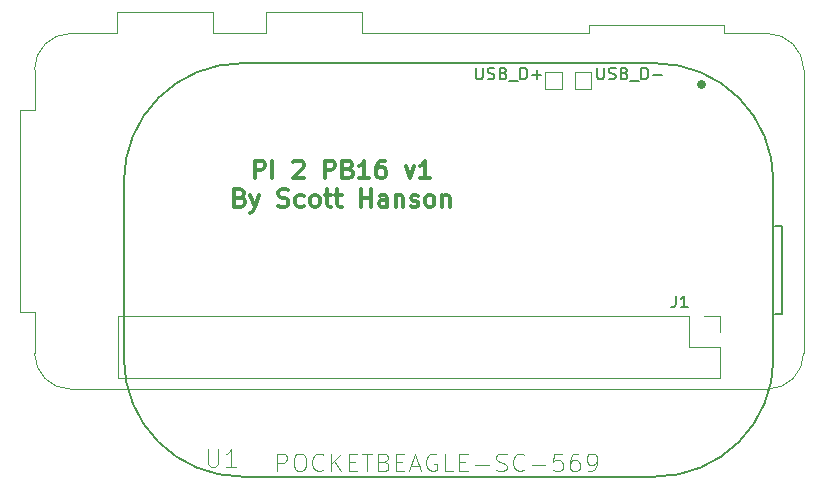
<source format=gbr>
%TF.GenerationSoftware,KiCad,Pcbnew,(6.0.2)*%
%TF.CreationDate,2022-03-06T23:45:21-05:00*%
%TF.ProjectId,PB16_2_PI,50423136-5f32-45f5-9049-2e6b69636164,rev?*%
%TF.SameCoordinates,Original*%
%TF.FileFunction,Legend,Top*%
%TF.FilePolarity,Positive*%
%FSLAX46Y46*%
G04 Gerber Fmt 4.6, Leading zero omitted, Abs format (unit mm)*
G04 Created by KiCad (PCBNEW (6.0.2)) date 2022-03-06 23:45:21*
%MOMM*%
%LPD*%
G01*
G04 APERTURE LIST*
%ADD10C,0.300000*%
%ADD11C,0.150000*%
%ADD12C,0.100000*%
%ADD13C,0.120000*%
%ADD14C,0.127000*%
%ADD15C,0.304800*%
G04 APERTURE END LIST*
D10*
X152007142Y-49771071D02*
X152007142Y-48271071D01*
X152578571Y-48271071D01*
X152721428Y-48342500D01*
X152792857Y-48413928D01*
X152864285Y-48556785D01*
X152864285Y-48771071D01*
X152792857Y-48913928D01*
X152721428Y-48985357D01*
X152578571Y-49056785D01*
X152007142Y-49056785D01*
X153507142Y-49771071D02*
X153507142Y-48271071D01*
X155292857Y-48413928D02*
X155364285Y-48342500D01*
X155507142Y-48271071D01*
X155864285Y-48271071D01*
X156007142Y-48342500D01*
X156078571Y-48413928D01*
X156150000Y-48556785D01*
X156150000Y-48699642D01*
X156078571Y-48913928D01*
X155221428Y-49771071D01*
X156150000Y-49771071D01*
X157935714Y-49771071D02*
X157935714Y-48271071D01*
X158507142Y-48271071D01*
X158650000Y-48342500D01*
X158721428Y-48413928D01*
X158792857Y-48556785D01*
X158792857Y-48771071D01*
X158721428Y-48913928D01*
X158650000Y-48985357D01*
X158507142Y-49056785D01*
X157935714Y-49056785D01*
X159935714Y-48985357D02*
X160150000Y-49056785D01*
X160221428Y-49128214D01*
X160292857Y-49271071D01*
X160292857Y-49485357D01*
X160221428Y-49628214D01*
X160150000Y-49699642D01*
X160007142Y-49771071D01*
X159435714Y-49771071D01*
X159435714Y-48271071D01*
X159935714Y-48271071D01*
X160078571Y-48342500D01*
X160150000Y-48413928D01*
X160221428Y-48556785D01*
X160221428Y-48699642D01*
X160150000Y-48842500D01*
X160078571Y-48913928D01*
X159935714Y-48985357D01*
X159435714Y-48985357D01*
X161721428Y-49771071D02*
X160864285Y-49771071D01*
X161292857Y-49771071D02*
X161292857Y-48271071D01*
X161150000Y-48485357D01*
X161007142Y-48628214D01*
X160864285Y-48699642D01*
X163007142Y-48271071D02*
X162721428Y-48271071D01*
X162578571Y-48342500D01*
X162507142Y-48413928D01*
X162364285Y-48628214D01*
X162292857Y-48913928D01*
X162292857Y-49485357D01*
X162364285Y-49628214D01*
X162435714Y-49699642D01*
X162578571Y-49771071D01*
X162864285Y-49771071D01*
X163007142Y-49699642D01*
X163078571Y-49628214D01*
X163150000Y-49485357D01*
X163150000Y-49128214D01*
X163078571Y-48985357D01*
X163007142Y-48913928D01*
X162864285Y-48842500D01*
X162578571Y-48842500D01*
X162435714Y-48913928D01*
X162364285Y-48985357D01*
X162292857Y-49128214D01*
X164792857Y-48771071D02*
X165150000Y-49771071D01*
X165507142Y-48771071D01*
X166864285Y-49771071D02*
X166007142Y-49771071D01*
X166435714Y-49771071D02*
X166435714Y-48271071D01*
X166292857Y-48485357D01*
X166150000Y-48628214D01*
X166007142Y-48699642D01*
X150792857Y-51400357D02*
X151007142Y-51471785D01*
X151078571Y-51543214D01*
X151150000Y-51686071D01*
X151150000Y-51900357D01*
X151078571Y-52043214D01*
X151007142Y-52114642D01*
X150864285Y-52186071D01*
X150292857Y-52186071D01*
X150292857Y-50686071D01*
X150792857Y-50686071D01*
X150935714Y-50757500D01*
X151007142Y-50828928D01*
X151078571Y-50971785D01*
X151078571Y-51114642D01*
X151007142Y-51257500D01*
X150935714Y-51328928D01*
X150792857Y-51400357D01*
X150292857Y-51400357D01*
X151650000Y-51186071D02*
X152007142Y-52186071D01*
X152364285Y-51186071D02*
X152007142Y-52186071D01*
X151864285Y-52543214D01*
X151792857Y-52614642D01*
X151650000Y-52686071D01*
X154007142Y-52114642D02*
X154221428Y-52186071D01*
X154578571Y-52186071D01*
X154721428Y-52114642D01*
X154792857Y-52043214D01*
X154864285Y-51900357D01*
X154864285Y-51757500D01*
X154792857Y-51614642D01*
X154721428Y-51543214D01*
X154578571Y-51471785D01*
X154292857Y-51400357D01*
X154150000Y-51328928D01*
X154078571Y-51257500D01*
X154007142Y-51114642D01*
X154007142Y-50971785D01*
X154078571Y-50828928D01*
X154150000Y-50757500D01*
X154292857Y-50686071D01*
X154650000Y-50686071D01*
X154864285Y-50757500D01*
X156150000Y-52114642D02*
X156007142Y-52186071D01*
X155721428Y-52186071D01*
X155578571Y-52114642D01*
X155507142Y-52043214D01*
X155435714Y-51900357D01*
X155435714Y-51471785D01*
X155507142Y-51328928D01*
X155578571Y-51257500D01*
X155721428Y-51186071D01*
X156007142Y-51186071D01*
X156150000Y-51257500D01*
X157007142Y-52186071D02*
X156864285Y-52114642D01*
X156792857Y-52043214D01*
X156721428Y-51900357D01*
X156721428Y-51471785D01*
X156792857Y-51328928D01*
X156864285Y-51257500D01*
X157007142Y-51186071D01*
X157221428Y-51186071D01*
X157364285Y-51257500D01*
X157435714Y-51328928D01*
X157507142Y-51471785D01*
X157507142Y-51900357D01*
X157435714Y-52043214D01*
X157364285Y-52114642D01*
X157221428Y-52186071D01*
X157007142Y-52186071D01*
X157935714Y-51186071D02*
X158507142Y-51186071D01*
X158150000Y-50686071D02*
X158150000Y-51971785D01*
X158221428Y-52114642D01*
X158364285Y-52186071D01*
X158507142Y-52186071D01*
X158792857Y-51186071D02*
X159364285Y-51186071D01*
X159007142Y-50686071D02*
X159007142Y-51971785D01*
X159078571Y-52114642D01*
X159221428Y-52186071D01*
X159364285Y-52186071D01*
X161007142Y-52186071D02*
X161007142Y-50686071D01*
X161007142Y-51400357D02*
X161864285Y-51400357D01*
X161864285Y-52186071D02*
X161864285Y-50686071D01*
X163221428Y-52186071D02*
X163221428Y-51400357D01*
X163150000Y-51257500D01*
X163007142Y-51186071D01*
X162721428Y-51186071D01*
X162578571Y-51257500D01*
X163221428Y-52114642D02*
X163078571Y-52186071D01*
X162721428Y-52186071D01*
X162578571Y-52114642D01*
X162507142Y-51971785D01*
X162507142Y-51828928D01*
X162578571Y-51686071D01*
X162721428Y-51614642D01*
X163078571Y-51614642D01*
X163221428Y-51543214D01*
X163935714Y-51186071D02*
X163935714Y-52186071D01*
X163935714Y-51328928D02*
X164007142Y-51257500D01*
X164150000Y-51186071D01*
X164364285Y-51186071D01*
X164507142Y-51257500D01*
X164578571Y-51400357D01*
X164578571Y-52186071D01*
X165221428Y-52114642D02*
X165364285Y-52186071D01*
X165650000Y-52186071D01*
X165792857Y-52114642D01*
X165864285Y-51971785D01*
X165864285Y-51900357D01*
X165792857Y-51757500D01*
X165650000Y-51686071D01*
X165435714Y-51686071D01*
X165292857Y-51614642D01*
X165221428Y-51471785D01*
X165221428Y-51400357D01*
X165292857Y-51257500D01*
X165435714Y-51186071D01*
X165650000Y-51186071D01*
X165792857Y-51257500D01*
X166721428Y-52186071D02*
X166578571Y-52114642D01*
X166507142Y-52043214D01*
X166435714Y-51900357D01*
X166435714Y-51471785D01*
X166507142Y-51328928D01*
X166578571Y-51257500D01*
X166721428Y-51186071D01*
X166935714Y-51186071D01*
X167078571Y-51257500D01*
X167150000Y-51328928D01*
X167221428Y-51471785D01*
X167221428Y-51900357D01*
X167150000Y-52043214D01*
X167078571Y-52114642D01*
X166935714Y-52186071D01*
X166721428Y-52186071D01*
X167864285Y-51186071D02*
X167864285Y-52186071D01*
X167864285Y-51328928D02*
X167935714Y-51257500D01*
X168078571Y-51186071D01*
X168292857Y-51186071D01*
X168435714Y-51257500D01*
X168507142Y-51400357D01*
X168507142Y-52186071D01*
D11*
%TO.C,J1*%
X187666666Y-59697380D02*
X187666666Y-60411666D01*
X187619047Y-60554523D01*
X187523809Y-60649761D01*
X187380952Y-60697380D01*
X187285714Y-60697380D01*
X188666666Y-60697380D02*
X188095238Y-60697380D01*
X188380952Y-60697380D02*
X188380952Y-59697380D01*
X188285714Y-59840238D01*
X188190476Y-59935476D01*
X188095238Y-59983095D01*
%TO.C,TP1*%
X180988095Y-40402380D02*
X180988095Y-41211904D01*
X181035714Y-41307142D01*
X181083333Y-41354761D01*
X181178571Y-41402380D01*
X181369047Y-41402380D01*
X181464285Y-41354761D01*
X181511904Y-41307142D01*
X181559523Y-41211904D01*
X181559523Y-40402380D01*
X181988095Y-41354761D02*
X182130952Y-41402380D01*
X182369047Y-41402380D01*
X182464285Y-41354761D01*
X182511904Y-41307142D01*
X182559523Y-41211904D01*
X182559523Y-41116666D01*
X182511904Y-41021428D01*
X182464285Y-40973809D01*
X182369047Y-40926190D01*
X182178571Y-40878571D01*
X182083333Y-40830952D01*
X182035714Y-40783333D01*
X181988095Y-40688095D01*
X181988095Y-40592857D01*
X182035714Y-40497619D01*
X182083333Y-40450000D01*
X182178571Y-40402380D01*
X182416666Y-40402380D01*
X182559523Y-40450000D01*
X183321428Y-40878571D02*
X183464285Y-40926190D01*
X183511904Y-40973809D01*
X183559523Y-41069047D01*
X183559523Y-41211904D01*
X183511904Y-41307142D01*
X183464285Y-41354761D01*
X183369047Y-41402380D01*
X182988095Y-41402380D01*
X182988095Y-40402380D01*
X183321428Y-40402380D01*
X183416666Y-40450000D01*
X183464285Y-40497619D01*
X183511904Y-40592857D01*
X183511904Y-40688095D01*
X183464285Y-40783333D01*
X183416666Y-40830952D01*
X183321428Y-40878571D01*
X182988095Y-40878571D01*
X183750000Y-41497619D02*
X184511904Y-41497619D01*
X184750000Y-41402380D02*
X184750000Y-40402380D01*
X184988095Y-40402380D01*
X185130952Y-40450000D01*
X185226190Y-40545238D01*
X185273809Y-40640476D01*
X185321428Y-40830952D01*
X185321428Y-40973809D01*
X185273809Y-41164285D01*
X185226190Y-41259523D01*
X185130952Y-41354761D01*
X184988095Y-41402380D01*
X184750000Y-41402380D01*
X185750000Y-41021428D02*
X186511904Y-41021428D01*
D12*
%TO.C,U1*%
X148057142Y-72728571D02*
X148057142Y-73942857D01*
X148128571Y-74085714D01*
X148200000Y-74157142D01*
X148342857Y-74228571D01*
X148628571Y-74228571D01*
X148771428Y-74157142D01*
X148842857Y-74085714D01*
X148914285Y-73942857D01*
X148914285Y-72728571D01*
X150414285Y-74228571D02*
X149557142Y-74228571D01*
X149985714Y-74228571D02*
X149985714Y-72728571D01*
X149842857Y-72942857D01*
X149700000Y-73085714D01*
X149557142Y-73157142D01*
X153900000Y-74578571D02*
X153900000Y-73078571D01*
X154471428Y-73078571D01*
X154614285Y-73150000D01*
X154685714Y-73221428D01*
X154757142Y-73364285D01*
X154757142Y-73578571D01*
X154685714Y-73721428D01*
X154614285Y-73792857D01*
X154471428Y-73864285D01*
X153900000Y-73864285D01*
X155685714Y-73078571D02*
X155971428Y-73078571D01*
X156114285Y-73150000D01*
X156257142Y-73292857D01*
X156328571Y-73578571D01*
X156328571Y-74078571D01*
X156257142Y-74364285D01*
X156114285Y-74507142D01*
X155971428Y-74578571D01*
X155685714Y-74578571D01*
X155542857Y-74507142D01*
X155400000Y-74364285D01*
X155328571Y-74078571D01*
X155328571Y-73578571D01*
X155400000Y-73292857D01*
X155542857Y-73150000D01*
X155685714Y-73078571D01*
X157828571Y-74435714D02*
X157757142Y-74507142D01*
X157542857Y-74578571D01*
X157400000Y-74578571D01*
X157185714Y-74507142D01*
X157042857Y-74364285D01*
X156971428Y-74221428D01*
X156900000Y-73935714D01*
X156900000Y-73721428D01*
X156971428Y-73435714D01*
X157042857Y-73292857D01*
X157185714Y-73150000D01*
X157400000Y-73078571D01*
X157542857Y-73078571D01*
X157757142Y-73150000D01*
X157828571Y-73221428D01*
X158471428Y-74578571D02*
X158471428Y-73078571D01*
X159328571Y-74578571D02*
X158685714Y-73721428D01*
X159328571Y-73078571D02*
X158471428Y-73935714D01*
X159971428Y-73792857D02*
X160471428Y-73792857D01*
X160685714Y-74578571D02*
X159971428Y-74578571D01*
X159971428Y-73078571D01*
X160685714Y-73078571D01*
X161114285Y-73078571D02*
X161971428Y-73078571D01*
X161542857Y-74578571D02*
X161542857Y-73078571D01*
X162971428Y-73792857D02*
X163185714Y-73864285D01*
X163257142Y-73935714D01*
X163328571Y-74078571D01*
X163328571Y-74292857D01*
X163257142Y-74435714D01*
X163185714Y-74507142D01*
X163042857Y-74578571D01*
X162471428Y-74578571D01*
X162471428Y-73078571D01*
X162971428Y-73078571D01*
X163114285Y-73150000D01*
X163185714Y-73221428D01*
X163257142Y-73364285D01*
X163257142Y-73507142D01*
X163185714Y-73650000D01*
X163114285Y-73721428D01*
X162971428Y-73792857D01*
X162471428Y-73792857D01*
X163971428Y-73792857D02*
X164471428Y-73792857D01*
X164685714Y-74578571D02*
X163971428Y-74578571D01*
X163971428Y-73078571D01*
X164685714Y-73078571D01*
X165257142Y-74150000D02*
X165971428Y-74150000D01*
X165114285Y-74578571D02*
X165614285Y-73078571D01*
X166114285Y-74578571D01*
X167400000Y-73150000D02*
X167257142Y-73078571D01*
X167042857Y-73078571D01*
X166828571Y-73150000D01*
X166685714Y-73292857D01*
X166614285Y-73435714D01*
X166542857Y-73721428D01*
X166542857Y-73935714D01*
X166614285Y-74221428D01*
X166685714Y-74364285D01*
X166828571Y-74507142D01*
X167042857Y-74578571D01*
X167185714Y-74578571D01*
X167400000Y-74507142D01*
X167471428Y-74435714D01*
X167471428Y-73935714D01*
X167185714Y-73935714D01*
X168828571Y-74578571D02*
X168114285Y-74578571D01*
X168114285Y-73078571D01*
X169328571Y-73792857D02*
X169828571Y-73792857D01*
X170042857Y-74578571D02*
X169328571Y-74578571D01*
X169328571Y-73078571D01*
X170042857Y-73078571D01*
X170685714Y-74007142D02*
X171828571Y-74007142D01*
X172471428Y-74507142D02*
X172685714Y-74578571D01*
X173042857Y-74578571D01*
X173185714Y-74507142D01*
X173257142Y-74435714D01*
X173328571Y-74292857D01*
X173328571Y-74150000D01*
X173257142Y-74007142D01*
X173185714Y-73935714D01*
X173042857Y-73864285D01*
X172757142Y-73792857D01*
X172614285Y-73721428D01*
X172542857Y-73650000D01*
X172471428Y-73507142D01*
X172471428Y-73364285D01*
X172542857Y-73221428D01*
X172614285Y-73150000D01*
X172757142Y-73078571D01*
X173114285Y-73078571D01*
X173328571Y-73150000D01*
X174828571Y-74435714D02*
X174757142Y-74507142D01*
X174542857Y-74578571D01*
X174400000Y-74578571D01*
X174185714Y-74507142D01*
X174042857Y-74364285D01*
X173971428Y-74221428D01*
X173900000Y-73935714D01*
X173900000Y-73721428D01*
X173971428Y-73435714D01*
X174042857Y-73292857D01*
X174185714Y-73150000D01*
X174400000Y-73078571D01*
X174542857Y-73078571D01*
X174757142Y-73150000D01*
X174828571Y-73221428D01*
X175471428Y-74007142D02*
X176614285Y-74007142D01*
X178042857Y-73078571D02*
X177328571Y-73078571D01*
X177257142Y-73792857D01*
X177328571Y-73721428D01*
X177471428Y-73650000D01*
X177828571Y-73650000D01*
X177971428Y-73721428D01*
X178042857Y-73792857D01*
X178114285Y-73935714D01*
X178114285Y-74292857D01*
X178042857Y-74435714D01*
X177971428Y-74507142D01*
X177828571Y-74578571D01*
X177471428Y-74578571D01*
X177328571Y-74507142D01*
X177257142Y-74435714D01*
X179400000Y-73078571D02*
X179114285Y-73078571D01*
X178971428Y-73150000D01*
X178900000Y-73221428D01*
X178757142Y-73435714D01*
X178685714Y-73721428D01*
X178685714Y-74292857D01*
X178757142Y-74435714D01*
X178828571Y-74507142D01*
X178971428Y-74578571D01*
X179257142Y-74578571D01*
X179400000Y-74507142D01*
X179471428Y-74435714D01*
X179542857Y-74292857D01*
X179542857Y-73935714D01*
X179471428Y-73792857D01*
X179400000Y-73721428D01*
X179257142Y-73650000D01*
X178971428Y-73650000D01*
X178828571Y-73721428D01*
X178757142Y-73792857D01*
X178685714Y-73935714D01*
X180257142Y-74578571D02*
X180542857Y-74578571D01*
X180685714Y-74507142D01*
X180757142Y-74435714D01*
X180900000Y-74221428D01*
X180971428Y-73935714D01*
X180971428Y-73364285D01*
X180900000Y-73221428D01*
X180828571Y-73150000D01*
X180685714Y-73078571D01*
X180400000Y-73078571D01*
X180257142Y-73150000D01*
X180185714Y-73221428D01*
X180114285Y-73364285D01*
X180114285Y-73721428D01*
X180185714Y-73864285D01*
X180257142Y-73935714D01*
X180400000Y-74007142D01*
X180685714Y-74007142D01*
X180828571Y-73935714D01*
X180900000Y-73864285D01*
X180971428Y-73721428D01*
D11*
%TO.C,TP2*%
X170738095Y-40402380D02*
X170738095Y-41211904D01*
X170785714Y-41307142D01*
X170833333Y-41354761D01*
X170928571Y-41402380D01*
X171119047Y-41402380D01*
X171214285Y-41354761D01*
X171261904Y-41307142D01*
X171309523Y-41211904D01*
X171309523Y-40402380D01*
X171738095Y-41354761D02*
X171880952Y-41402380D01*
X172119047Y-41402380D01*
X172214285Y-41354761D01*
X172261904Y-41307142D01*
X172309523Y-41211904D01*
X172309523Y-41116666D01*
X172261904Y-41021428D01*
X172214285Y-40973809D01*
X172119047Y-40926190D01*
X171928571Y-40878571D01*
X171833333Y-40830952D01*
X171785714Y-40783333D01*
X171738095Y-40688095D01*
X171738095Y-40592857D01*
X171785714Y-40497619D01*
X171833333Y-40450000D01*
X171928571Y-40402380D01*
X172166666Y-40402380D01*
X172309523Y-40450000D01*
X173071428Y-40878571D02*
X173214285Y-40926190D01*
X173261904Y-40973809D01*
X173309523Y-41069047D01*
X173309523Y-41211904D01*
X173261904Y-41307142D01*
X173214285Y-41354761D01*
X173119047Y-41402380D01*
X172738095Y-41402380D01*
X172738095Y-40402380D01*
X173071428Y-40402380D01*
X173166666Y-40450000D01*
X173214285Y-40497619D01*
X173261904Y-40592857D01*
X173261904Y-40688095D01*
X173214285Y-40783333D01*
X173166666Y-40830952D01*
X173071428Y-40878571D01*
X172738095Y-40878571D01*
X173500000Y-41497619D02*
X174261904Y-41497619D01*
X174500000Y-41402380D02*
X174500000Y-40402380D01*
X174738095Y-40402380D01*
X174880952Y-40450000D01*
X174976190Y-40545238D01*
X175023809Y-40640476D01*
X175071428Y-40830952D01*
X175071428Y-40973809D01*
X175023809Y-41164285D01*
X174976190Y-41259523D01*
X174880952Y-41354761D01*
X174738095Y-41402380D01*
X174500000Y-41402380D01*
X175500000Y-41021428D02*
X176261904Y-41021428D01*
X175880952Y-41402380D02*
X175880952Y-40640476D01*
D13*
%TO.C,J1*%
X198485000Y-40570000D02*
G75*
G03*
X195425000Y-37510000I-3059999J1D01*
G01*
X136425000Y-37510000D02*
G75*
G03*
X133365000Y-40570000I-1J-3059999D01*
G01*
X133365000Y-64570000D02*
G75*
G03*
X136425000Y-67630000I3059999J-1D01*
G01*
X195425000Y-67630000D02*
G75*
G03*
X198485000Y-64570000I1J3059999D01*
G01*
X152965000Y-37510000D02*
X152965000Y-35710000D01*
X191735000Y-37510000D02*
X195425000Y-37510000D01*
X188785000Y-61470000D02*
X140465000Y-61470000D01*
X191385000Y-64070000D02*
X188785000Y-64070000D01*
X188785000Y-64070000D02*
X188785000Y-61470000D01*
X133365000Y-61130000D02*
X133365000Y-64570000D01*
X133365000Y-61130000D02*
X132165000Y-61130000D01*
X191385000Y-66670000D02*
X191385000Y-64070000D01*
X136425000Y-67630000D02*
X195425000Y-67630000D01*
X140365000Y-35710000D02*
X148485000Y-35710000D01*
X148485000Y-37510000D02*
X152965000Y-37510000D01*
X148485000Y-35710000D02*
X148485000Y-37510000D01*
X191385000Y-62800000D02*
X191385000Y-61470000D01*
X198485000Y-64570000D02*
X198485000Y-40570000D01*
X191385000Y-61470000D02*
X190055000Y-61470000D01*
X152965000Y-35710000D02*
X161085000Y-35710000D01*
X140365000Y-37510000D02*
X140365000Y-35710000D01*
X136425000Y-37510000D02*
X140365000Y-37510000D01*
X191735000Y-36810000D02*
X191735000Y-37510000D01*
X140465000Y-66670000D02*
X140465000Y-61470000D01*
X132165000Y-61130000D02*
X132165000Y-44010000D01*
X133365000Y-44010000D02*
X133365000Y-40570000D01*
X180315000Y-36810000D02*
X191735000Y-36810000D01*
X161085000Y-35710000D02*
X161085000Y-37510000D01*
X191385000Y-66670000D02*
X140465000Y-66670000D01*
X180315000Y-37510000D02*
X180315000Y-36810000D01*
X132165000Y-44010000D02*
X133365000Y-44010000D01*
X161085000Y-37510000D02*
X180315000Y-37510000D01*
%TO.C,TP1*%
X179100000Y-40800000D02*
X180500000Y-40800000D01*
X180500000Y-40800000D02*
X180500000Y-42200000D01*
X179100000Y-42200000D02*
X179100000Y-40800000D01*
X180500000Y-42200000D02*
X179100000Y-42200000D01*
D14*
%TO.C,U1*%
X196030000Y-53780000D02*
X196630000Y-53780000D01*
X150930000Y-40030000D02*
X185930000Y-40030000D01*
X185930000Y-75030000D02*
X150930000Y-75030000D01*
X196630000Y-61280000D02*
X196030000Y-61280000D01*
X140930000Y-65030000D02*
X140930000Y-50030000D01*
X196630000Y-53780000D02*
X196630000Y-61280000D01*
X195930000Y-50030000D02*
X195930000Y-65030000D01*
X150930000Y-40030000D02*
G75*
G03*
X140930000Y-50030000I-1J-9999999D01*
G01*
X140930000Y-65030000D02*
G75*
G03*
X150930000Y-75030000I9999999J-1D01*
G01*
X195930000Y-50030000D02*
G75*
G03*
X185930000Y-40030000I-9999999J1D01*
G01*
X185930000Y-75030000D02*
G75*
G03*
X195930000Y-65030000I1J9999999D01*
G01*
D15*
X190053600Y-41830000D02*
G75*
G03*
X190053600Y-41830000I-223600J0D01*
G01*
D13*
%TO.C,TP2*%
X176600000Y-42200000D02*
X176600000Y-40800000D01*
X178000000Y-42200000D02*
X176600000Y-42200000D01*
X178000000Y-40800000D02*
X178000000Y-42200000D01*
X176600000Y-40800000D02*
X178000000Y-40800000D01*
%TD*%
M02*

</source>
